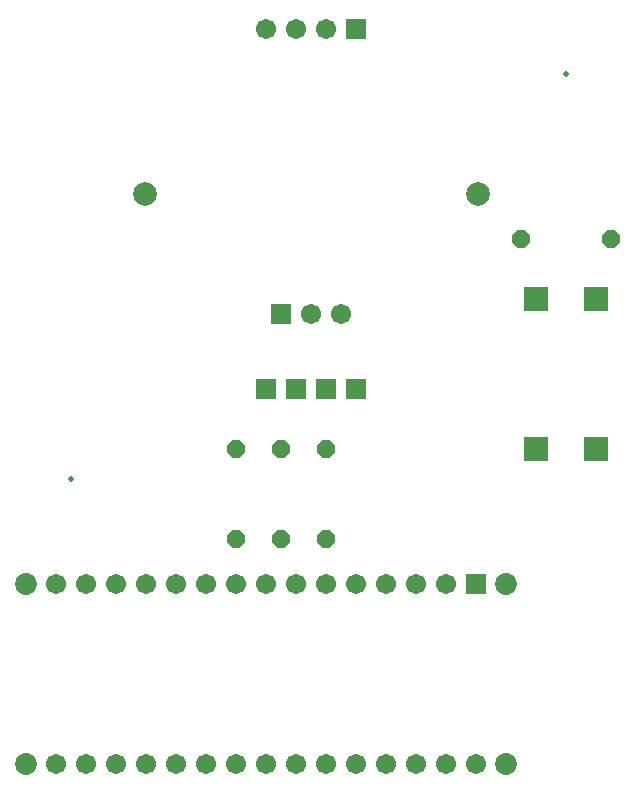
<source format=gts>
G75*
%MOIN*%
%OFA0B0*%
%FSLAX25Y25*%
%IPPOS*%
%LPD*%
%AMOC8*
5,1,8,0,0,1.08239X$1,22.5*
%
%ADD10C,0.01900*%
%ADD11R,0.06737X0.06737*%
%ADD12C,0.06737*%
%ADD13C,0.07300*%
%ADD14C,0.07887*%
%ADD15OC8,0.06000*%
%ADD16R,0.08300X0.08300*%
D10*
X0057578Y0148933D03*
X0222578Y0283933D03*
D11*
X0152578Y0298933D03*
X0127578Y0203933D03*
X0132578Y0178933D03*
X0142578Y0178933D03*
X0152578Y0178933D03*
X0122578Y0178933D03*
X0192578Y0113933D03*
D12*
X0182578Y0113933D03*
X0172578Y0113933D03*
X0162578Y0113933D03*
X0152578Y0113933D03*
X0142578Y0113933D03*
X0132578Y0113933D03*
X0122578Y0113933D03*
X0112578Y0113933D03*
X0102578Y0113933D03*
X0092578Y0113933D03*
X0082578Y0113933D03*
X0072578Y0113933D03*
X0062578Y0113933D03*
X0052578Y0113933D03*
X0052578Y0053933D03*
X0062578Y0053933D03*
X0072578Y0053933D03*
X0082578Y0053933D03*
X0092578Y0053933D03*
X0102578Y0053933D03*
X0112578Y0053933D03*
X0122578Y0053933D03*
X0132578Y0053933D03*
X0142578Y0053933D03*
X0152578Y0053933D03*
X0162578Y0053933D03*
X0172578Y0053933D03*
X0182578Y0053933D03*
X0192578Y0053933D03*
X0147578Y0203933D03*
X0137578Y0203933D03*
X0142578Y0298933D03*
X0132578Y0298933D03*
X0122578Y0298933D03*
D13*
X0042578Y0053933D03*
X0042578Y0113933D03*
X0202578Y0113933D03*
X0202578Y0053933D03*
D14*
X0193089Y0243933D03*
X0082066Y0243933D03*
D15*
X0112578Y0158933D03*
X0127578Y0158933D03*
X0142578Y0158933D03*
X0142578Y0128933D03*
X0127578Y0128933D03*
X0112578Y0128933D03*
X0207578Y0228933D03*
X0237578Y0228933D03*
D16*
X0232578Y0208933D03*
X0212578Y0208933D03*
X0212578Y0158933D03*
X0232578Y0158933D03*
M02*

</source>
